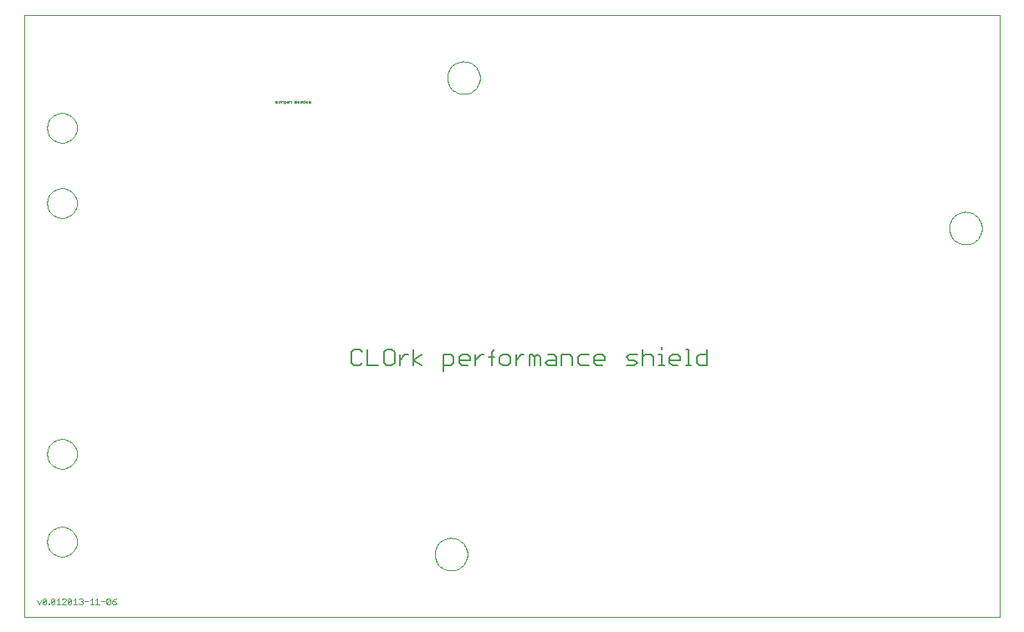
<source format=gto>
G75*
%MOIN*%
%OFA0B0*%
%FSLAX24Y24*%
%IPPOS*%
%LPD*%
%AMOC8*
5,1,8,0,0,1.08239X$1,22.5*
%
%ADD10C,0.0000*%
%ADD11C,0.0060*%
%ADD12C,0.0020*%
%ADD13C,0.0010*%
D10*
X000180Y000180D02*
X000180Y024176D01*
X039050Y024176D01*
X039050Y000180D01*
X000180Y000180D01*
X001089Y003180D02*
X001091Y003228D01*
X001097Y003276D01*
X001107Y003323D01*
X001120Y003369D01*
X001138Y003414D01*
X001158Y003458D01*
X001183Y003500D01*
X001211Y003539D01*
X001241Y003576D01*
X001275Y003610D01*
X001312Y003642D01*
X001350Y003671D01*
X001391Y003696D01*
X001434Y003718D01*
X001479Y003736D01*
X001525Y003750D01*
X001572Y003761D01*
X001620Y003768D01*
X001668Y003771D01*
X001716Y003770D01*
X001764Y003765D01*
X001812Y003756D01*
X001858Y003744D01*
X001903Y003727D01*
X001947Y003707D01*
X001989Y003684D01*
X002029Y003657D01*
X002067Y003627D01*
X002102Y003594D01*
X002134Y003558D01*
X002164Y003520D01*
X002190Y003479D01*
X002212Y003436D01*
X002232Y003392D01*
X002247Y003347D01*
X002259Y003300D01*
X002267Y003252D01*
X002271Y003204D01*
X002271Y003156D01*
X002267Y003108D01*
X002259Y003060D01*
X002247Y003013D01*
X002232Y002968D01*
X002212Y002924D01*
X002190Y002881D01*
X002164Y002840D01*
X002134Y002802D01*
X002102Y002766D01*
X002067Y002733D01*
X002029Y002703D01*
X001989Y002676D01*
X001947Y002653D01*
X001903Y002633D01*
X001858Y002616D01*
X001812Y002604D01*
X001764Y002595D01*
X001716Y002590D01*
X001668Y002589D01*
X001620Y002592D01*
X001572Y002599D01*
X001525Y002610D01*
X001479Y002624D01*
X001434Y002642D01*
X001391Y002664D01*
X001350Y002689D01*
X001312Y002718D01*
X001275Y002750D01*
X001241Y002784D01*
X001211Y002821D01*
X001183Y002860D01*
X001158Y002902D01*
X001138Y002946D01*
X001120Y002991D01*
X001107Y003037D01*
X001097Y003084D01*
X001091Y003132D01*
X001089Y003180D01*
X001089Y006680D02*
X001091Y006728D01*
X001097Y006776D01*
X001107Y006823D01*
X001120Y006869D01*
X001138Y006914D01*
X001158Y006958D01*
X001183Y007000D01*
X001211Y007039D01*
X001241Y007076D01*
X001275Y007110D01*
X001312Y007142D01*
X001350Y007171D01*
X001391Y007196D01*
X001434Y007218D01*
X001479Y007236D01*
X001525Y007250D01*
X001572Y007261D01*
X001620Y007268D01*
X001668Y007271D01*
X001716Y007270D01*
X001764Y007265D01*
X001812Y007256D01*
X001858Y007244D01*
X001903Y007227D01*
X001947Y007207D01*
X001989Y007184D01*
X002029Y007157D01*
X002067Y007127D01*
X002102Y007094D01*
X002134Y007058D01*
X002164Y007020D01*
X002190Y006979D01*
X002212Y006936D01*
X002232Y006892D01*
X002247Y006847D01*
X002259Y006800D01*
X002267Y006752D01*
X002271Y006704D01*
X002271Y006656D01*
X002267Y006608D01*
X002259Y006560D01*
X002247Y006513D01*
X002232Y006468D01*
X002212Y006424D01*
X002190Y006381D01*
X002164Y006340D01*
X002134Y006302D01*
X002102Y006266D01*
X002067Y006233D01*
X002029Y006203D01*
X001989Y006176D01*
X001947Y006153D01*
X001903Y006133D01*
X001858Y006116D01*
X001812Y006104D01*
X001764Y006095D01*
X001716Y006090D01*
X001668Y006089D01*
X001620Y006092D01*
X001572Y006099D01*
X001525Y006110D01*
X001479Y006124D01*
X001434Y006142D01*
X001391Y006164D01*
X001350Y006189D01*
X001312Y006218D01*
X001275Y006250D01*
X001241Y006284D01*
X001211Y006321D01*
X001183Y006360D01*
X001158Y006402D01*
X001138Y006446D01*
X001120Y006491D01*
X001107Y006537D01*
X001097Y006584D01*
X001091Y006632D01*
X001089Y006680D01*
X001089Y016680D02*
X001091Y016728D01*
X001097Y016776D01*
X001107Y016823D01*
X001120Y016869D01*
X001138Y016914D01*
X001158Y016958D01*
X001183Y017000D01*
X001211Y017039D01*
X001241Y017076D01*
X001275Y017110D01*
X001312Y017142D01*
X001350Y017171D01*
X001391Y017196D01*
X001434Y017218D01*
X001479Y017236D01*
X001525Y017250D01*
X001572Y017261D01*
X001620Y017268D01*
X001668Y017271D01*
X001716Y017270D01*
X001764Y017265D01*
X001812Y017256D01*
X001858Y017244D01*
X001903Y017227D01*
X001947Y017207D01*
X001989Y017184D01*
X002029Y017157D01*
X002067Y017127D01*
X002102Y017094D01*
X002134Y017058D01*
X002164Y017020D01*
X002190Y016979D01*
X002212Y016936D01*
X002232Y016892D01*
X002247Y016847D01*
X002259Y016800D01*
X002267Y016752D01*
X002271Y016704D01*
X002271Y016656D01*
X002267Y016608D01*
X002259Y016560D01*
X002247Y016513D01*
X002232Y016468D01*
X002212Y016424D01*
X002190Y016381D01*
X002164Y016340D01*
X002134Y016302D01*
X002102Y016266D01*
X002067Y016233D01*
X002029Y016203D01*
X001989Y016176D01*
X001947Y016153D01*
X001903Y016133D01*
X001858Y016116D01*
X001812Y016104D01*
X001764Y016095D01*
X001716Y016090D01*
X001668Y016089D01*
X001620Y016092D01*
X001572Y016099D01*
X001525Y016110D01*
X001479Y016124D01*
X001434Y016142D01*
X001391Y016164D01*
X001350Y016189D01*
X001312Y016218D01*
X001275Y016250D01*
X001241Y016284D01*
X001211Y016321D01*
X001183Y016360D01*
X001158Y016402D01*
X001138Y016446D01*
X001120Y016491D01*
X001107Y016537D01*
X001097Y016584D01*
X001091Y016632D01*
X001089Y016680D01*
X001089Y019680D02*
X001091Y019728D01*
X001097Y019776D01*
X001107Y019823D01*
X001120Y019869D01*
X001138Y019914D01*
X001158Y019958D01*
X001183Y020000D01*
X001211Y020039D01*
X001241Y020076D01*
X001275Y020110D01*
X001312Y020142D01*
X001350Y020171D01*
X001391Y020196D01*
X001434Y020218D01*
X001479Y020236D01*
X001525Y020250D01*
X001572Y020261D01*
X001620Y020268D01*
X001668Y020271D01*
X001716Y020270D01*
X001764Y020265D01*
X001812Y020256D01*
X001858Y020244D01*
X001903Y020227D01*
X001947Y020207D01*
X001989Y020184D01*
X002029Y020157D01*
X002067Y020127D01*
X002102Y020094D01*
X002134Y020058D01*
X002164Y020020D01*
X002190Y019979D01*
X002212Y019936D01*
X002232Y019892D01*
X002247Y019847D01*
X002259Y019800D01*
X002267Y019752D01*
X002271Y019704D01*
X002271Y019656D01*
X002267Y019608D01*
X002259Y019560D01*
X002247Y019513D01*
X002232Y019468D01*
X002212Y019424D01*
X002190Y019381D01*
X002164Y019340D01*
X002134Y019302D01*
X002102Y019266D01*
X002067Y019233D01*
X002029Y019203D01*
X001989Y019176D01*
X001947Y019153D01*
X001903Y019133D01*
X001858Y019116D01*
X001812Y019104D01*
X001764Y019095D01*
X001716Y019090D01*
X001668Y019089D01*
X001620Y019092D01*
X001572Y019099D01*
X001525Y019110D01*
X001479Y019124D01*
X001434Y019142D01*
X001391Y019164D01*
X001350Y019189D01*
X001312Y019218D01*
X001275Y019250D01*
X001241Y019284D01*
X001211Y019321D01*
X001183Y019360D01*
X001158Y019402D01*
X001138Y019446D01*
X001120Y019491D01*
X001107Y019537D01*
X001097Y019584D01*
X001091Y019632D01*
X001089Y019680D01*
X017030Y021680D02*
X017032Y021730D01*
X017038Y021780D01*
X017048Y021830D01*
X017061Y021878D01*
X017078Y021926D01*
X017099Y021972D01*
X017123Y022016D01*
X017151Y022058D01*
X017182Y022098D01*
X017216Y022135D01*
X017253Y022170D01*
X017292Y022201D01*
X017333Y022230D01*
X017377Y022255D01*
X017423Y022277D01*
X017470Y022295D01*
X017518Y022309D01*
X017567Y022320D01*
X017617Y022327D01*
X017667Y022330D01*
X017718Y022329D01*
X017768Y022324D01*
X017818Y022315D01*
X017866Y022303D01*
X017914Y022286D01*
X017960Y022266D01*
X018005Y022243D01*
X018048Y022216D01*
X018088Y022186D01*
X018126Y022153D01*
X018161Y022117D01*
X018194Y022078D01*
X018223Y022037D01*
X018249Y021994D01*
X018272Y021949D01*
X018291Y021902D01*
X018306Y021854D01*
X018318Y021805D01*
X018326Y021755D01*
X018330Y021705D01*
X018330Y021655D01*
X018326Y021605D01*
X018318Y021555D01*
X018306Y021506D01*
X018291Y021458D01*
X018272Y021411D01*
X018249Y021366D01*
X018223Y021323D01*
X018194Y021282D01*
X018161Y021243D01*
X018126Y021207D01*
X018088Y021174D01*
X018048Y021144D01*
X018005Y021117D01*
X017960Y021094D01*
X017914Y021074D01*
X017866Y021057D01*
X017818Y021045D01*
X017768Y021036D01*
X017718Y021031D01*
X017667Y021030D01*
X017617Y021033D01*
X017567Y021040D01*
X017518Y021051D01*
X017470Y021065D01*
X017423Y021083D01*
X017377Y021105D01*
X017333Y021130D01*
X017292Y021159D01*
X017253Y021190D01*
X017216Y021225D01*
X017182Y021262D01*
X017151Y021302D01*
X017123Y021344D01*
X017099Y021388D01*
X017078Y021434D01*
X017061Y021482D01*
X017048Y021530D01*
X017038Y021580D01*
X017032Y021630D01*
X017030Y021680D01*
X037030Y015680D02*
X037032Y015730D01*
X037038Y015780D01*
X037048Y015830D01*
X037061Y015878D01*
X037078Y015926D01*
X037099Y015972D01*
X037123Y016016D01*
X037151Y016058D01*
X037182Y016098D01*
X037216Y016135D01*
X037253Y016170D01*
X037292Y016201D01*
X037333Y016230D01*
X037377Y016255D01*
X037423Y016277D01*
X037470Y016295D01*
X037518Y016309D01*
X037567Y016320D01*
X037617Y016327D01*
X037667Y016330D01*
X037718Y016329D01*
X037768Y016324D01*
X037818Y016315D01*
X037866Y016303D01*
X037914Y016286D01*
X037960Y016266D01*
X038005Y016243D01*
X038048Y016216D01*
X038088Y016186D01*
X038126Y016153D01*
X038161Y016117D01*
X038194Y016078D01*
X038223Y016037D01*
X038249Y015994D01*
X038272Y015949D01*
X038291Y015902D01*
X038306Y015854D01*
X038318Y015805D01*
X038326Y015755D01*
X038330Y015705D01*
X038330Y015655D01*
X038326Y015605D01*
X038318Y015555D01*
X038306Y015506D01*
X038291Y015458D01*
X038272Y015411D01*
X038249Y015366D01*
X038223Y015323D01*
X038194Y015282D01*
X038161Y015243D01*
X038126Y015207D01*
X038088Y015174D01*
X038048Y015144D01*
X038005Y015117D01*
X037960Y015094D01*
X037914Y015074D01*
X037866Y015057D01*
X037818Y015045D01*
X037768Y015036D01*
X037718Y015031D01*
X037667Y015030D01*
X037617Y015033D01*
X037567Y015040D01*
X037518Y015051D01*
X037470Y015065D01*
X037423Y015083D01*
X037377Y015105D01*
X037333Y015130D01*
X037292Y015159D01*
X037253Y015190D01*
X037216Y015225D01*
X037182Y015262D01*
X037151Y015302D01*
X037123Y015344D01*
X037099Y015388D01*
X037078Y015434D01*
X037061Y015482D01*
X037048Y015530D01*
X037038Y015580D01*
X037032Y015630D01*
X037030Y015680D01*
X016530Y002680D02*
X016532Y002730D01*
X016538Y002780D01*
X016548Y002830D01*
X016561Y002878D01*
X016578Y002926D01*
X016599Y002972D01*
X016623Y003016D01*
X016651Y003058D01*
X016682Y003098D01*
X016716Y003135D01*
X016753Y003170D01*
X016792Y003201D01*
X016833Y003230D01*
X016877Y003255D01*
X016923Y003277D01*
X016970Y003295D01*
X017018Y003309D01*
X017067Y003320D01*
X017117Y003327D01*
X017167Y003330D01*
X017218Y003329D01*
X017268Y003324D01*
X017318Y003315D01*
X017366Y003303D01*
X017414Y003286D01*
X017460Y003266D01*
X017505Y003243D01*
X017548Y003216D01*
X017588Y003186D01*
X017626Y003153D01*
X017661Y003117D01*
X017694Y003078D01*
X017723Y003037D01*
X017749Y002994D01*
X017772Y002949D01*
X017791Y002902D01*
X017806Y002854D01*
X017818Y002805D01*
X017826Y002755D01*
X017830Y002705D01*
X017830Y002655D01*
X017826Y002605D01*
X017818Y002555D01*
X017806Y002506D01*
X017791Y002458D01*
X017772Y002411D01*
X017749Y002366D01*
X017723Y002323D01*
X017694Y002282D01*
X017661Y002243D01*
X017626Y002207D01*
X017588Y002174D01*
X017548Y002144D01*
X017505Y002117D01*
X017460Y002094D01*
X017414Y002074D01*
X017366Y002057D01*
X017318Y002045D01*
X017268Y002036D01*
X017218Y002031D01*
X017167Y002030D01*
X017117Y002033D01*
X017067Y002040D01*
X017018Y002051D01*
X016970Y002065D01*
X016923Y002083D01*
X016877Y002105D01*
X016833Y002130D01*
X016792Y002159D01*
X016753Y002190D01*
X016716Y002225D01*
X016682Y002262D01*
X016651Y002302D01*
X016623Y002344D01*
X016599Y002388D01*
X016578Y002434D01*
X016561Y002482D01*
X016548Y002530D01*
X016538Y002580D01*
X016532Y002630D01*
X016530Y002680D01*
D11*
X016862Y009996D02*
X016862Y010637D01*
X017183Y010637D01*
X017289Y010530D01*
X017289Y010317D01*
X017183Y010210D01*
X016862Y010210D01*
X017507Y010317D02*
X017507Y010530D01*
X017614Y010637D01*
X017827Y010637D01*
X017934Y010530D01*
X017934Y010424D01*
X017507Y010424D01*
X017507Y010317D02*
X017614Y010210D01*
X017827Y010210D01*
X018152Y010210D02*
X018152Y010637D01*
X018365Y010637D02*
X018472Y010637D01*
X018365Y010637D02*
X018152Y010424D01*
X018689Y010530D02*
X018902Y010530D01*
X019118Y010530D02*
X019118Y010317D01*
X019225Y010210D01*
X019439Y010210D01*
X019545Y010317D01*
X019545Y010530D01*
X019439Y010637D01*
X019225Y010637D01*
X019118Y010530D01*
X018902Y010851D02*
X018795Y010744D01*
X018795Y010210D01*
X019763Y010210D02*
X019763Y010637D01*
X019976Y010637D02*
X020083Y010637D01*
X019976Y010637D02*
X019763Y010424D01*
X020300Y010637D02*
X020300Y010210D01*
X020514Y010210D02*
X020514Y010530D01*
X020620Y010637D01*
X020727Y010530D01*
X020727Y010210D01*
X020945Y010317D02*
X021051Y010424D01*
X021372Y010424D01*
X021372Y010530D02*
X021372Y010210D01*
X021051Y010210D01*
X020945Y010317D01*
X021051Y010637D02*
X021265Y010637D01*
X021372Y010530D01*
X021589Y010637D02*
X021909Y010637D01*
X022016Y010530D01*
X022016Y010210D01*
X022234Y010317D02*
X022340Y010210D01*
X022661Y010210D01*
X022878Y010317D02*
X022878Y010530D01*
X022985Y010637D01*
X023199Y010637D01*
X023305Y010530D01*
X023305Y010424D01*
X022878Y010424D01*
X022878Y010317D02*
X022985Y010210D01*
X023199Y010210D01*
X022661Y010637D02*
X022340Y010637D01*
X022234Y010530D01*
X022234Y010317D01*
X021589Y010210D02*
X021589Y010637D01*
X020514Y010530D02*
X020407Y010637D01*
X020300Y010637D01*
X024167Y010530D02*
X024274Y010424D01*
X024488Y010424D01*
X024594Y010317D01*
X024488Y010210D01*
X024167Y010210D01*
X024167Y010530D02*
X024274Y010637D01*
X024594Y010637D01*
X024812Y010530D02*
X024919Y010637D01*
X025132Y010637D01*
X025239Y010530D01*
X025239Y010210D01*
X025456Y010210D02*
X025670Y010210D01*
X025563Y010210D02*
X025563Y010637D01*
X025456Y010637D01*
X025563Y010851D02*
X025563Y010957D01*
X025886Y010530D02*
X025993Y010637D01*
X026206Y010637D01*
X026313Y010530D01*
X026313Y010424D01*
X025886Y010424D01*
X025886Y010530D02*
X025886Y010317D01*
X025993Y010210D01*
X026206Y010210D01*
X026531Y010210D02*
X026744Y010210D01*
X026637Y010210D02*
X026637Y010851D01*
X026531Y010851D01*
X026960Y010530D02*
X027067Y010637D01*
X027387Y010637D01*
X027387Y010851D02*
X027387Y010210D01*
X027067Y010210D01*
X026960Y010317D01*
X026960Y010530D01*
X024812Y010851D02*
X024812Y010210D01*
X016001Y010210D02*
X015681Y010424D01*
X016001Y010637D01*
X015681Y010851D02*
X015681Y010210D01*
X015357Y010637D02*
X015144Y010424D01*
X015144Y010637D02*
X015144Y010210D01*
X014926Y010317D02*
X014926Y010744D01*
X014819Y010851D01*
X014606Y010851D01*
X014499Y010744D01*
X014499Y010317D01*
X014606Y010210D01*
X014819Y010210D01*
X014926Y010317D01*
X014282Y010210D02*
X013855Y010210D01*
X013855Y010851D01*
X013637Y010744D02*
X013530Y010851D01*
X013317Y010851D01*
X013210Y010744D01*
X013210Y010317D01*
X013317Y010210D01*
X013530Y010210D01*
X013637Y010317D01*
X015357Y010637D02*
X015464Y010637D01*
D12*
X003826Y000910D02*
X003752Y000873D01*
X003679Y000800D01*
X003789Y000800D01*
X003826Y000763D01*
X003826Y000727D01*
X003789Y000690D01*
X003716Y000690D01*
X003679Y000727D01*
X003679Y000800D01*
X003605Y000873D02*
X003605Y000727D01*
X003568Y000690D01*
X003495Y000690D01*
X003458Y000727D01*
X003605Y000873D01*
X003568Y000910D01*
X003495Y000910D01*
X003458Y000873D01*
X003458Y000727D01*
X003384Y000800D02*
X003237Y000800D01*
X003163Y000690D02*
X003016Y000690D01*
X003089Y000690D02*
X003089Y000910D01*
X003016Y000837D01*
X002942Y000690D02*
X002795Y000690D01*
X002868Y000690D02*
X002868Y000910D01*
X002795Y000837D01*
X002721Y000800D02*
X002574Y000800D01*
X002500Y000763D02*
X002500Y000727D01*
X002463Y000690D01*
X002390Y000690D01*
X002353Y000727D01*
X002279Y000690D02*
X002132Y000690D01*
X002205Y000690D02*
X002205Y000910D01*
X002132Y000837D01*
X002058Y000873D02*
X001911Y000727D01*
X001948Y000690D01*
X002021Y000690D01*
X002058Y000727D01*
X002058Y000873D01*
X002021Y000910D01*
X001948Y000910D01*
X001911Y000873D01*
X001911Y000727D01*
X001837Y000690D02*
X001690Y000690D01*
X001837Y000837D01*
X001837Y000873D01*
X001800Y000910D01*
X001727Y000910D01*
X001690Y000873D01*
X001537Y000910D02*
X001537Y000690D01*
X001610Y000690D02*
X001463Y000690D01*
X001389Y000727D02*
X001353Y000690D01*
X001279Y000690D01*
X001242Y000727D01*
X001389Y000873D01*
X001389Y000727D01*
X001463Y000837D02*
X001537Y000910D01*
X001389Y000873D02*
X001353Y000910D01*
X001279Y000910D01*
X001242Y000873D01*
X001242Y000727D01*
X001169Y000727D02*
X001169Y000690D01*
X001132Y000690D01*
X001132Y000727D01*
X001169Y000727D01*
X001058Y000727D02*
X001021Y000690D01*
X000948Y000690D01*
X000911Y000727D01*
X001058Y000873D01*
X001058Y000727D01*
X001058Y000873D02*
X001021Y000910D01*
X000948Y000910D01*
X000911Y000873D01*
X000911Y000727D01*
X000837Y000837D02*
X000763Y000690D01*
X000690Y000837D01*
X002353Y000873D02*
X002390Y000910D01*
X002463Y000910D01*
X002500Y000873D01*
X002500Y000837D01*
X002463Y000800D01*
X002500Y000763D01*
X002463Y000800D02*
X002426Y000800D01*
D13*
X010185Y020685D02*
X010185Y020758D01*
X010203Y020758D01*
X010222Y020740D01*
X010240Y020758D01*
X010258Y020740D01*
X010258Y020685D01*
X010222Y020685D02*
X010222Y020740D01*
X010295Y020740D02*
X010295Y020703D01*
X010314Y020685D01*
X010351Y020685D01*
X010369Y020703D01*
X010369Y020740D01*
X010351Y020758D01*
X010314Y020758D01*
X010295Y020740D01*
X010406Y020722D02*
X010443Y020758D01*
X010461Y020758D01*
X010498Y020740D02*
X010498Y020703D01*
X010516Y020685D01*
X010571Y020685D01*
X010571Y020667D02*
X010571Y020758D01*
X010516Y020758D01*
X010498Y020740D01*
X010406Y020758D02*
X010406Y020685D01*
X010535Y020648D02*
X010553Y020648D01*
X010571Y020667D01*
X010609Y020703D02*
X010627Y020722D01*
X010682Y020722D01*
X010682Y020740D02*
X010682Y020685D01*
X010627Y020685D01*
X010609Y020703D01*
X010627Y020758D02*
X010664Y020758D01*
X010682Y020740D01*
X010719Y020758D02*
X010774Y020758D01*
X010792Y020740D01*
X010792Y020685D01*
X010719Y020685D02*
X010719Y020758D01*
X010940Y020703D02*
X010958Y020722D01*
X011013Y020722D01*
X011013Y020740D02*
X011013Y020685D01*
X010958Y020685D01*
X010940Y020703D01*
X010958Y020758D02*
X010995Y020758D01*
X011013Y020740D01*
X011051Y020703D02*
X011069Y020722D01*
X011124Y020722D01*
X011124Y020740D02*
X011124Y020685D01*
X011069Y020685D01*
X011051Y020703D01*
X011069Y020758D02*
X011106Y020758D01*
X011124Y020740D01*
X011161Y020740D02*
X011179Y020758D01*
X011234Y020758D01*
X011216Y020722D02*
X011179Y020722D01*
X011161Y020740D01*
X011161Y020685D02*
X011216Y020685D01*
X011234Y020703D01*
X011216Y020722D01*
X011272Y020740D02*
X011290Y020758D01*
X011345Y020758D01*
X011345Y020795D02*
X011345Y020685D01*
X011290Y020685D01*
X011272Y020703D01*
X011272Y020740D01*
X011382Y020703D02*
X011400Y020722D01*
X011455Y020722D01*
X011455Y020740D02*
X011455Y020685D01*
X011400Y020685D01*
X011382Y020703D01*
X011400Y020758D02*
X011437Y020758D01*
X011455Y020740D01*
X011493Y020758D02*
X011511Y020758D01*
X011529Y020740D01*
X011548Y020758D01*
X011566Y020740D01*
X011566Y020685D01*
X011529Y020685D02*
X011529Y020740D01*
X011493Y020758D02*
X011493Y020685D01*
M02*

</source>
